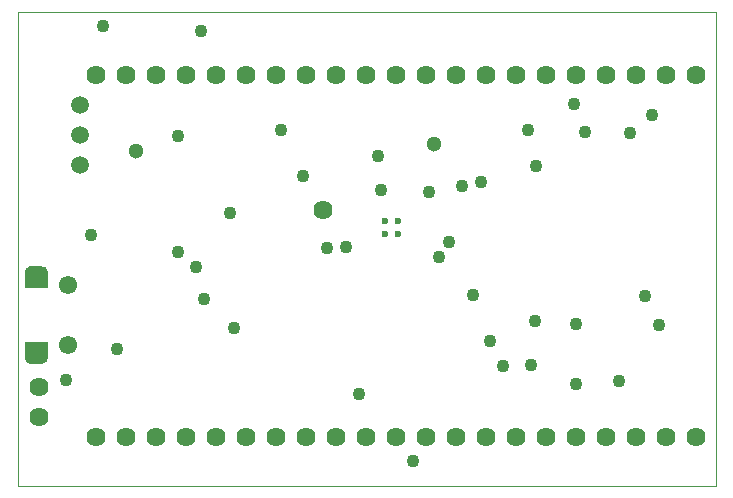
<source format=gbs>
G04*
G04 #@! TF.GenerationSoftware,Altium Limited,Altium Designer,18.1.6 (161)*
G04*
G04 Layer_Color=16711935*
%FSAX44Y44*%
%MOMM*%
G71*
G01*
G75*
%ADD11C,0.1000*%
%ADD12C,0.6000*%
%ADD62C,1.5500*%
%ADD63C,1.6240*%
%ADD64C,1.5000*%
%ADD65C,1.1000*%
%ADD66C,1.3000*%
%ADD67C,0.6000*%
G36*
X00025098Y00121878D02*
X00025192Y00121849D01*
X00025279Y00121803D01*
X00025355Y00121740D01*
X00025418Y00121664D01*
X00025464Y00121577D01*
X00025493Y00121483D01*
X00025503Y00121385D01*
Y00108385D01*
X00025493Y00108287D01*
X00025464Y00108193D01*
X00025418Y00108106D01*
X00025355Y00108030D01*
X00025279Y00107967D01*
X00025192Y00107921D01*
X00025098Y00107892D01*
X00025000Y00107882D01*
X00020503D01*
Y00103385D01*
X00020493Y00103287D01*
X00020465Y00103193D01*
X00020418Y00103106D01*
X00020356Y00103030D01*
X00020280Y00102967D01*
X00020193Y00102921D01*
X00020098Y00102892D01*
X00020000Y00102883D01*
X00011000Y00102882D01*
X00011000D01*
D01*
X00010902Y00102892D01*
X00010808Y00102921D01*
X00010721Y00102967D01*
X00010645Y00103030D01*
X00010582Y00103106D01*
X00010536Y00103193D01*
X00010507Y00103287D01*
X00010498Y00103385D01*
Y00103385D01*
D01*
Y00107882D01*
X00006000D01*
X00005902Y00107892D01*
X00005808Y00107921D01*
X00005721Y00107967D01*
X00005645Y00108030D01*
X00005582Y00108106D01*
X00005536Y00108193D01*
X00005507Y00108287D01*
X00005498Y00108385D01*
Y00121385D01*
X00005507Y00121483D01*
X00005536Y00121577D01*
X00005582Y00121664D01*
X00005645Y00121740D01*
X00005721Y00121803D01*
X00005808Y00121849D01*
X00005902Y00121878D01*
X00006000Y00121887D01*
X00025000D01*
X00025098Y00121878D01*
D02*
G37*
G36*
X00020098Y00185878D02*
X00020192Y00185849D01*
X00020279Y00185803D01*
X00020355Y00185740D01*
X00020418Y00185664D01*
X00020464Y00185577D01*
X00020493Y00185483D01*
X00020503Y00185385D01*
Y00185385D01*
D01*
Y00180887D01*
X00025000D01*
X00025098Y00180878D01*
X00025192Y00180849D01*
X00025279Y00180803D01*
X00025355Y00180740D01*
X00025418Y00180664D01*
X00025464Y00180577D01*
X00025493Y00180483D01*
X00025503Y00180385D01*
Y00167385D01*
X00025493Y00167287D01*
X00025464Y00167193D01*
X00025418Y00167106D01*
X00025355Y00167030D01*
X00025279Y00166967D01*
X00025192Y00166921D01*
X00025098Y00166892D01*
X00025000Y00166882D01*
X00006000D01*
X00005902Y00166892D01*
X00005808Y00166921D01*
X00005721Y00166967D01*
X00005645Y00167030D01*
X00005582Y00167106D01*
X00005536Y00167193D01*
X00005507Y00167287D01*
X00005498Y00167385D01*
Y00180385D01*
X00005507Y00180483D01*
X00005536Y00180577D01*
X00005582Y00180664D01*
X00005645Y00180740D01*
X00005721Y00180803D01*
X00005808Y00180849D01*
X00005902Y00180878D01*
X00006000Y00180887D01*
X00010497D01*
Y00185385D01*
X00010507Y00185483D01*
X00010536Y00185577D01*
X00010582Y00185664D01*
X00010645Y00185740D01*
X00010721Y00185802D01*
X00010808Y00185849D01*
X00010902Y00185877D01*
X00011000Y00185887D01*
X00020000Y00185887D01*
X00020000D01*
D01*
X00020098Y00185878D01*
D02*
G37*
D11*
X00000000Y00000000D02*
Y00400800D01*
X00590568D01*
X00590568Y00400800D01*
Y00000000D02*
Y00400800D01*
X00000000Y00000000D02*
X00590568D01*
D12*
X00013500Y00180385D02*
G03*
X00013500Y00180385I-00002500J00000000D01*
G01*
X00022500D02*
G03*
X00022500Y00180385I-00002500J00000000D01*
G01*
X00022500Y00108385D02*
G03*
X00022500Y00108385I-00002500J00000000D01*
G01*
X00013500D02*
G03*
X00013500Y00108385I-00002500J00000000D01*
G01*
D62*
X00042500Y00119385D02*
D03*
Y00169385D02*
D03*
D63*
X00167168Y00040800D02*
D03*
X00141768D02*
D03*
X00065568D02*
D03*
X00116368D02*
D03*
X00090968D02*
D03*
X00243368D02*
D03*
X00268768D02*
D03*
X00217968D02*
D03*
X00192568D02*
D03*
X00294168D02*
D03*
X00319568D02*
D03*
X00370368D02*
D03*
X00344968D02*
D03*
X00548168D02*
D03*
X00573568D02*
D03*
X00522768D02*
D03*
X00497368D02*
D03*
X00395768D02*
D03*
X00421168D02*
D03*
X00471968D02*
D03*
X00446568D02*
D03*
X00167768Y00348000D02*
D03*
X00142368D02*
D03*
X00066168D02*
D03*
X00116968D02*
D03*
X00091568D02*
D03*
X00243968D02*
D03*
X00269368D02*
D03*
X00218568D02*
D03*
X00193168D02*
D03*
X00294768D02*
D03*
X00320168D02*
D03*
X00370968D02*
D03*
X00345568D02*
D03*
X00548768D02*
D03*
X00574168D02*
D03*
X00523368D02*
D03*
X00497968D02*
D03*
X00396368D02*
D03*
X00421768D02*
D03*
X00472568D02*
D03*
X00447168D02*
D03*
X00258568Y00233000D02*
D03*
X00017502Y00083549D02*
D03*
Y00058149D02*
D03*
D64*
X00052550Y00322187D02*
D03*
Y00271387D02*
D03*
Y00296786D02*
D03*
D65*
X00179769Y00230800D02*
D03*
X00304999Y00278999D02*
D03*
X00306999Y00249999D02*
D03*
X00410583Y00100800D02*
D03*
X00385000Y00161000D02*
D03*
X00375999Y00254000D02*
D03*
X00391594Y00257150D02*
D03*
X00183000Y00133056D02*
D03*
X00157256Y00158000D02*
D03*
X00437369Y00139000D02*
D03*
X00277404Y00202000D02*
D03*
X00135000Y00295565D02*
D03*
X00222753Y00301065D02*
D03*
X00432000D02*
D03*
X00261802Y00201000D02*
D03*
X00434000Y00101674D02*
D03*
X00471968Y00086000D02*
D03*
X00472232Y00136350D02*
D03*
X00518000Y00298640D02*
D03*
X00071914Y00389000D02*
D03*
X00155000Y00385000D02*
D03*
X00509000Y00088439D02*
D03*
X00334654Y00021000D02*
D03*
X00241587Y00262477D02*
D03*
X00061840Y00211715D02*
D03*
X00041005Y00089000D02*
D03*
X00471000Y00323390D02*
D03*
X00438286Y00270286D02*
D03*
X00542980Y00136000D02*
D03*
X00537000Y00313640D02*
D03*
X00083568Y00116000D02*
D03*
X00347608Y00248846D02*
D03*
X00356498Y00193093D02*
D03*
X00530618Y00160454D02*
D03*
X00365134Y00206555D02*
D03*
X00479818Y00299008D02*
D03*
X00399932Y00122100D02*
D03*
X00135712Y00197652D02*
D03*
X00288680Y00077650D02*
D03*
X00150283Y00185324D02*
D03*
D66*
X00099600Y00283200D02*
D03*
X00352000Y00289040D02*
D03*
D67*
X00310500Y00212917D02*
D03*
Y00223917D02*
D03*
X00321500Y00212917D02*
D03*
Y00223917D02*
D03*
M02*

</source>
